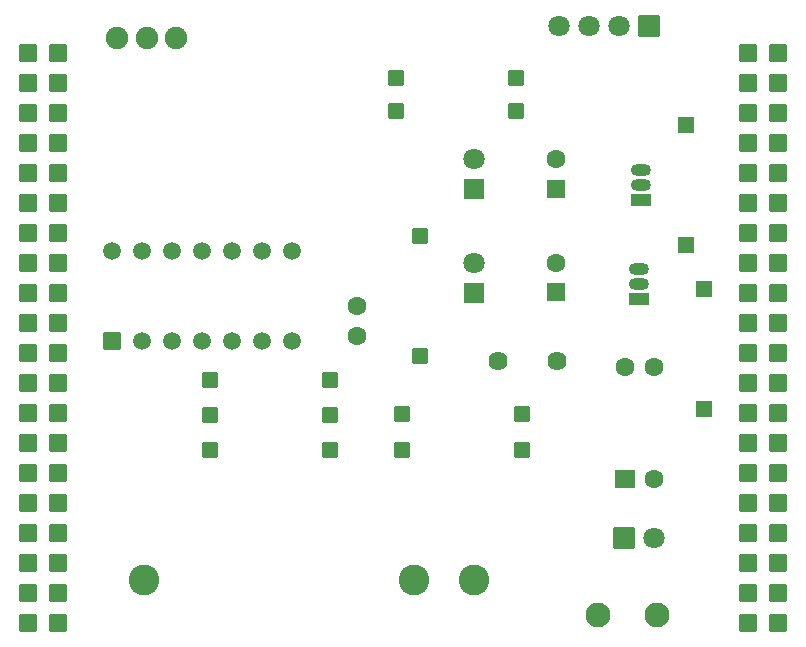
<source format=gbs>
G04 Layer: BottomSolderMaskLayer*
G04 EasyEDA v6.5.42, 2024-06-07 11:44:59*
G04 8452c85e2a7e40808aef99803c7b0139,2402692d15bd446891542ced5281a4ad,10*
G04 Gerber Generator version 0.2*
G04 Scale: 100 percent, Rotated: No, Reflected: No *
G04 Dimensions in millimeters *
G04 leading zeros omitted , absolute positions ,4 integer and 5 decimal *
%FSLAX45Y45*%
%MOMM*%

%AMMACRO1*1,1,$1,$2,$3*1,1,$1,$4,$5*1,1,$1,0-$2,0-$3*1,1,$1,0-$4,0-$5*20,1,$1,$2,$3,$4,$5,0*20,1,$1,$4,$5,0-$2,0-$3,0*20,1,$1,0-$2,0-$3,0-$4,0-$5,0*20,1,$1,0-$4,0-$5,$2,$3,0*4,1,4,$2,$3,$4,$5,0-$2,0-$3,0-$4,0-$5,$2,$3,0*%
%ADD10C,1.6000*%
%ADD11MACRO1,0.1016X0.6058X-0.6058X-0.6058X-0.6058*%
%ADD12MACRO1,0.1016X0.85X-0.85X-0.85X-0.85*%
%ADD13C,1.8016*%
%ADD14C,1.9017*%
%ADD15MACRO1,0.1016X-0.6058X0.6058X0.6058X0.6058*%
%ADD16MACRO1,0.1016X0.6058X0.6058X0.6058X-0.6058*%
%ADD17C,1.6240*%
%ADD18C,1.6000*%
%ADD19R,1.6000X1.6240*%
%ADD20MACRO1,0.1X-0.762X0.75X0.762X0.75*%
%ADD21O,1.7015968X1.0015981999999999*%
%ADD22R,1.7016X1.0016*%
%ADD23R,1.3132X1.3132*%
%ADD24C,2.1016*%
%ADD25C,2.6016*%
%ADD26MACRO1,0.1016X0.7074X0.7074X0.7074X-0.7074*%
%ADD27MACRO1,0.1016X-0.6985X0.6985X0.6985X0.6985*%
%ADD28C,1.4986*%
%ADD29MACRO1,0.1016X-0.85X0.85X0.85X0.85*%
%ADD30R,1.8016X1.8016*%

%LPD*%
D10*
G01*
X-393700Y264693D03*
G01*
X-393700Y14706D03*
D11*
G01*
X952500Y2197100D03*
G01*
X-63500Y2197100D03*
G01*
X952500Y1917700D03*
G01*
X-63500Y1917700D03*
D12*
G01*
X2082800Y2641600D03*
D13*
G01*
X1828800Y2641600D03*
G01*
X1574800Y2641600D03*
G01*
X1320800Y2641600D03*
D14*
G01*
X-2421686Y2540000D03*
G01*
X-2171674Y2540000D03*
G01*
X-1921687Y2540000D03*
D15*
G01*
X-7874Y-649985D03*
G01*
X1008125Y-649985D03*
D16*
G01*
X139700Y863600D03*
G01*
X139700Y-152400D03*
D17*
G01*
X800023Y-199999D03*
G01*
X1300022Y-199999D03*
D10*
G01*
X1875002Y-250012D03*
G01*
X2124989Y-250012D03*
D18*
G01*
X1296898Y632993D03*
D19*
G01*
X1296898Y382981D03*
D18*
G01*
X1296898Y1509293D03*
D19*
G01*
X1296898Y1259281D03*
D18*
G01*
X2124989Y-1199997D03*
D20*
G01*
X1874989Y-1199998D03*
D21*
G01*
X1996897Y584987D03*
G01*
X1996897Y457987D03*
D22*
G01*
X1996897Y331012D03*
D21*
G01*
X2016201Y1421790D03*
G01*
X2016201Y1294790D03*
D22*
G01*
X2016201Y1167815D03*
D23*
G01*
X2550007Y-607999D03*
G01*
X2550007Y408000D03*
G01*
X2397201Y786790D03*
G01*
X2397201Y1802790D03*
D15*
G01*
X-1638300Y-952500D03*
G01*
X-622300Y-952500D03*
D11*
G01*
X-622300Y-655599D03*
G01*
X-1638300Y-655599D03*
G01*
X-622300Y-355600D03*
G01*
X-1638300Y-355600D03*
D15*
G01*
X-8000Y-949998D03*
G01*
X1007999Y-949998D03*
D24*
G01*
X1649984Y-2350007D03*
G01*
X2149983Y-2350007D03*
D25*
G01*
X597001Y-2050008D03*
G01*
X89001Y-2050008D03*
G01*
X-2196998Y-2050008D03*
D26*
G01*
X-3175000Y2413000D03*
G01*
X-3175000Y2159000D03*
G01*
X-3175000Y1905000D03*
G01*
X-3175000Y1651000D03*
G01*
X-3175000Y1397000D03*
G01*
X-3175000Y1143000D03*
G01*
X-2921000Y2413000D03*
G01*
X-2921000Y2159000D03*
G01*
X-2921000Y1905000D03*
G01*
X-2921000Y1651000D03*
G01*
X-2921000Y1397000D03*
G01*
X-2921000Y1143000D03*
G01*
X-3175000Y889000D03*
G01*
X-2921000Y889000D03*
G01*
X-3175000Y635000D03*
G01*
X-3175000Y381000D03*
G01*
X-3175000Y127000D03*
G01*
X-3175000Y-127000D03*
G01*
X-3175000Y-381000D03*
G01*
X-3175000Y-635000D03*
G01*
X-2921000Y635000D03*
G01*
X-2921000Y381000D03*
G01*
X-2921000Y127000D03*
G01*
X-2921000Y-127000D03*
G01*
X-2921000Y-381000D03*
G01*
X-2921000Y-635000D03*
G01*
X-3175000Y-889000D03*
G01*
X-2921000Y-889000D03*
G01*
X-3175000Y-1143000D03*
G01*
X-3175000Y-1397000D03*
G01*
X-3175000Y-1651000D03*
G01*
X-3175000Y-1905000D03*
G01*
X-3175000Y-2159000D03*
G01*
X-3175000Y-2413000D03*
G01*
X-2921000Y-1143000D03*
G01*
X-2921000Y-1397000D03*
G01*
X-2921000Y-1651000D03*
G01*
X-2921000Y-1905000D03*
G01*
X-2921000Y-2159000D03*
G01*
X-2921000Y-2413000D03*
G01*
X2921000Y2413000D03*
G01*
X2921000Y2159000D03*
G01*
X2921000Y1905000D03*
G01*
X2921000Y1651000D03*
G01*
X2921000Y1397000D03*
G01*
X2921000Y1143000D03*
G01*
X3175000Y2413000D03*
G01*
X3175000Y2159000D03*
G01*
X3175000Y1905000D03*
G01*
X3175000Y1651000D03*
G01*
X3175000Y1397000D03*
G01*
X3175000Y1143000D03*
G01*
X2921000Y889000D03*
G01*
X3175000Y889000D03*
G01*
X2921000Y635000D03*
G01*
X2921000Y381000D03*
G01*
X2921000Y127000D03*
G01*
X2921000Y-127000D03*
G01*
X2921000Y-381000D03*
G01*
X2921000Y-635000D03*
G01*
X3175000Y635000D03*
G01*
X3175000Y381000D03*
G01*
X3175000Y127000D03*
G01*
X3175000Y-127000D03*
G01*
X3175000Y-381000D03*
G01*
X3175000Y-635000D03*
G01*
X2921000Y-889000D03*
G01*
X3175000Y-889000D03*
G01*
X2921000Y-1143000D03*
G01*
X2921000Y-1397000D03*
G01*
X2921000Y-1651000D03*
G01*
X2921000Y-1905000D03*
G01*
X2921000Y-2159000D03*
G01*
X2921000Y-2413000D03*
G01*
X3175000Y-1143000D03*
G01*
X3175000Y-1397000D03*
G01*
X3175000Y-1651000D03*
G01*
X3175000Y-1905000D03*
G01*
X3175000Y-2159000D03*
G01*
X3175000Y-2413000D03*
D27*
G01*
X-2461996Y-31000D03*
D28*
G01*
X-2207996Y-31013D03*
G01*
X-1953996Y-31013D03*
G01*
X-1699996Y-31013D03*
G01*
X-1445996Y-31013D03*
G01*
X-1191996Y-31013D03*
G01*
X-937996Y-31013D03*
G01*
X-937996Y730986D03*
G01*
X-1191996Y730986D03*
G01*
X-1445996Y730986D03*
G01*
X-1699996Y730986D03*
G01*
X-1953996Y730986D03*
G01*
X-2207996Y730986D03*
G01*
X-2461996Y730986D03*
D29*
G01*
X1872997Y-1699997D03*
D13*
G01*
X2126995Y-1699996D03*
D30*
G01*
X596900Y1257300D03*
D13*
G01*
X596900Y1511274D03*
D30*
G01*
X596900Y381000D03*
D13*
G01*
X596900Y634974D03*
M02*

</source>
